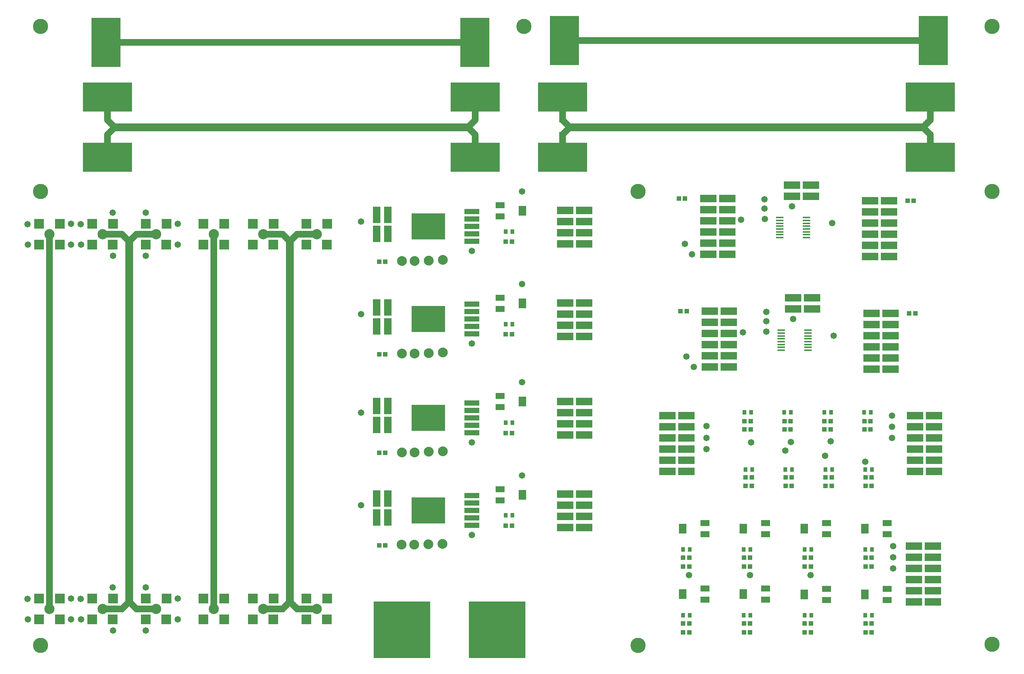
<source format=gts>
G04*
G04 #@! TF.GenerationSoftware,Altium Limited,Altium Designer,21.1.1 (26)*
G04*
G04 Layer_Color=8388736*
%FSLAX25Y25*%
%MOIN*%
G70*
G04*
G04 #@! TF.SameCoordinates,B83F5570-EEF7-471F-9EF2-83D00333E22E*
G04*
G04*
G04 #@! TF.FilePolarity,Negative*
G04*
G01*
G75*
%ADD30C,0.06000*%
%ADD31R,0.26000X0.44000*%
%ADD32R,0.44000X0.26000*%
%ADD33C,0.02800*%
%ADD34C,0.03937*%
%ADD35C,0.09174*%
%ADD36R,0.08674X0.08674*%
%ADD37R,0.08674X0.08674*%
%ADD38R,0.50800X0.50800*%
%ADD39R,0.14800X0.06706*%
%ADD40R,0.06706X0.14800*%
%ADD41R,0.08300X0.05800*%
%ADD42R,0.06900X0.08700*%
%ADD43R,0.06650X0.01750*%
%ADD44R,0.13398X0.04540*%
%ADD45R,0.29934X0.23438*%
%ADD46R,0.03950X0.04343*%
%ADD47R,0.03556X0.04343*%
%ADD48C,0.09800*%
%ADD49C,0.13635*%
%ADD50C,0.02400*%
%ADD51C,0.05800*%
%ADD52C,0.03800*%
%ADD53C,0.08800*%
D30*
X404600Y487000D02*
X410600Y493000D01*
Y513500D01*
X81000Y459500D02*
Y480000D01*
X87000Y486000D02*
X404600D01*
X81000Y480000D02*
X87000Y486000D01*
Y487000D02*
X404600D01*
Y486000D02*
X410600Y480000D01*
Y459500D02*
Y480000D01*
X81000Y493000D02*
Y513500D01*
Y493000D02*
X87000Y487000D01*
X410600Y493000D02*
Y513500D01*
X404600Y487000D02*
X410600Y493000D01*
X812600Y487000D02*
X818600Y493000D01*
Y513500D01*
X489000Y459500D02*
Y480000D01*
X495000Y486000D02*
X812600D01*
X489000Y480000D02*
X495000Y486000D01*
Y487000D02*
X812600D01*
Y486000D02*
X818600Y480000D01*
Y459500D02*
Y480000D01*
X489000Y493000D02*
Y513500D01*
Y493000D02*
X495000Y487000D01*
X818600Y493000D02*
Y513500D01*
X812600Y487000D02*
X818600Y493000D01*
X94100Y54500D02*
X100100Y60500D01*
X76600Y54500D02*
X94100D01*
X101100Y60500D02*
X107100Y54500D01*
X124600D01*
X107100Y390500D02*
X124600D01*
X94100D02*
X100100Y384500D01*
X76600Y390500D02*
X94100D01*
X101100Y384500D02*
X107100Y390500D01*
X100100Y60500D02*
Y384500D01*
X101100Y60500D02*
Y384500D01*
X238100Y54500D02*
X244100Y60500D01*
X220600Y54500D02*
X238100D01*
X245100Y60500D02*
X251100Y54500D01*
X268600D01*
X251100Y390500D02*
X268600D01*
X238100D02*
X244100Y384500D01*
X220600Y390500D02*
X238100D01*
X245100Y384500D02*
X251100Y390500D01*
X244100Y60500D02*
Y384500D01*
X245100Y60500D02*
Y384500D01*
X490725Y564075D02*
X821375D01*
X79650Y562650D02*
X410300D01*
X28900Y390500D02*
X28900Y54500D01*
X176300Y390500D02*
X176300Y54500D01*
D31*
X821350Y564100D02*
D03*
X490700D02*
D03*
X410300Y562600D02*
D03*
X79600Y562700D02*
D03*
D32*
X81000Y513500D02*
D03*
Y459500D02*
D03*
X410600Y513500D02*
D03*
Y459500D02*
D03*
X818600D02*
D03*
Y513500D02*
D03*
X489100Y459500D02*
D03*
X489000Y513500D02*
D03*
D33*
X821350Y564100D02*
D03*
X490700D02*
D03*
X410300Y562600D02*
D03*
X81000Y513500D02*
D03*
Y459500D02*
D03*
X410600Y513500D02*
D03*
Y459500D02*
D03*
X818600D02*
D03*
Y513500D02*
D03*
X489100Y459500D02*
D03*
X489000Y513500D02*
D03*
X79600Y562700D02*
D03*
D34*
X820850Y559100D02*
D03*
X491200Y569100D02*
D03*
X409800Y557600D02*
D03*
X86000Y513000D02*
D03*
X76000Y460000D02*
D03*
X415600Y513000D02*
D03*
X405600Y460000D02*
D03*
X813600D02*
D03*
X823600Y513000D02*
D03*
X484100Y460000D02*
D03*
X494000Y513000D02*
D03*
X80100Y567700D02*
D03*
D35*
X76600Y54500D02*
D03*
X124600D02*
D03*
Y390500D02*
D03*
X76600D02*
D03*
X220600D02*
D03*
X268600D02*
D03*
Y54500D02*
D03*
X220600D02*
D03*
X28900Y390500D02*
D03*
Y54500D02*
D03*
X176300Y390500D02*
D03*
Y54500D02*
D03*
D36*
X85852Y45150D02*
D03*
X85950Y63850D02*
D03*
X67250D02*
D03*
Y45150D02*
D03*
X133852D02*
D03*
X133950Y63850D02*
D03*
X115250D02*
D03*
Y45150D02*
D03*
X133852Y381150D02*
D03*
X133950Y399850D02*
D03*
X115250D02*
D03*
Y381150D02*
D03*
X85852D02*
D03*
X85950Y399850D02*
D03*
X67250D02*
D03*
Y381150D02*
D03*
X229852D02*
D03*
X229950Y399850D02*
D03*
X211250D02*
D03*
Y381150D02*
D03*
X277852D02*
D03*
X277950Y399850D02*
D03*
X259250D02*
D03*
Y381150D02*
D03*
X277852Y45150D02*
D03*
X277950Y63850D02*
D03*
X259250D02*
D03*
Y45150D02*
D03*
X229852D02*
D03*
X229950Y63850D02*
D03*
X211250D02*
D03*
Y45150D02*
D03*
D37*
X19550Y381248D02*
D03*
X38250Y381150D02*
D03*
Y399850D02*
D03*
X19550D02*
D03*
Y45248D02*
D03*
X38250Y45150D02*
D03*
Y63850D02*
D03*
X19550D02*
D03*
X166950Y381248D02*
D03*
X185650Y381150D02*
D03*
Y399850D02*
D03*
X166950D02*
D03*
Y45248D02*
D03*
X185650Y45150D02*
D03*
Y63850D02*
D03*
X166950D02*
D03*
D38*
X344950Y36000D02*
D03*
X430450D02*
D03*
D39*
X508450Y412000D02*
D03*
X491450D02*
D03*
Y402000D02*
D03*
Y392000D02*
D03*
X508450D02*
D03*
X491450Y382000D02*
D03*
X508450D02*
D03*
Y402000D02*
D03*
Y329000D02*
D03*
X491450D02*
D03*
Y319000D02*
D03*
Y309000D02*
D03*
X508450D02*
D03*
X491450Y299000D02*
D03*
X508450D02*
D03*
Y319000D02*
D03*
X508447Y157392D02*
D03*
X491447D02*
D03*
Y147392D02*
D03*
Y137392D02*
D03*
X508447D02*
D03*
X491447Y127392D02*
D03*
X508447D02*
D03*
Y147392D02*
D03*
Y240392D02*
D03*
X491447D02*
D03*
Y230392D02*
D03*
Y220392D02*
D03*
X508447D02*
D03*
X491447Y210392D02*
D03*
X508447D02*
D03*
Y230392D02*
D03*
X695600Y333500D02*
D03*
Y323500D02*
D03*
X712600D02*
D03*
Y333500D02*
D03*
X694600Y434500D02*
D03*
Y424500D02*
D03*
X711600D02*
D03*
Y434500D02*
D03*
X638100Y271500D02*
D03*
X621100D02*
D03*
X638100Y281500D02*
D03*
X621100D02*
D03*
X638100Y291500D02*
D03*
X621100D02*
D03*
X638100Y301500D02*
D03*
X621100D02*
D03*
X638100Y311500D02*
D03*
X621100D02*
D03*
X638100Y321500D02*
D03*
X621100D02*
D03*
X804950Y228000D02*
D03*
X821950D02*
D03*
X804950Y218000D02*
D03*
X821950D02*
D03*
X804950Y208000D02*
D03*
X821950D02*
D03*
X804950Y198000D02*
D03*
X821950D02*
D03*
X804950Y188000D02*
D03*
X821950D02*
D03*
X804950Y178000D02*
D03*
X821950D02*
D03*
X783100Y269500D02*
D03*
X766100D02*
D03*
X783100Y279500D02*
D03*
X766100D02*
D03*
X783100Y289500D02*
D03*
X766100D02*
D03*
X783100Y299500D02*
D03*
X766100D02*
D03*
X783100Y309500D02*
D03*
X766100D02*
D03*
X783100Y319500D02*
D03*
X766100D02*
D03*
X781600Y370500D02*
D03*
X764600D02*
D03*
X781600Y380500D02*
D03*
X764600D02*
D03*
X781600Y390500D02*
D03*
X764600D02*
D03*
X781600Y400500D02*
D03*
X764600D02*
D03*
X781600Y410500D02*
D03*
X764600D02*
D03*
X781600Y420500D02*
D03*
X764600D02*
D03*
X636600Y372500D02*
D03*
X619600D02*
D03*
X636600Y382500D02*
D03*
X619600D02*
D03*
X636600Y392500D02*
D03*
X619600D02*
D03*
X636600Y402500D02*
D03*
X619600D02*
D03*
X636600Y412500D02*
D03*
X619600D02*
D03*
X636600Y422500D02*
D03*
X619600D02*
D03*
X582950Y228000D02*
D03*
X599950D02*
D03*
X582950Y218000D02*
D03*
X599950D02*
D03*
X582950Y208000D02*
D03*
X599950D02*
D03*
X582950Y198000D02*
D03*
X599950D02*
D03*
X582950Y188000D02*
D03*
X599950D02*
D03*
X582950Y178000D02*
D03*
X599950D02*
D03*
X803950Y111000D02*
D03*
X820950D02*
D03*
X803950Y101000D02*
D03*
X820950D02*
D03*
X803950Y91000D02*
D03*
X820950D02*
D03*
X803950Y81000D02*
D03*
X820950D02*
D03*
X803950Y71000D02*
D03*
X820950D02*
D03*
X803950Y61000D02*
D03*
X820950D02*
D03*
D40*
X332450Y408000D02*
D03*
X322450D02*
D03*
Y391000D02*
D03*
X332450D02*
D03*
X332447Y153392D02*
D03*
X322447D02*
D03*
Y136392D02*
D03*
X332447D02*
D03*
Y236492D02*
D03*
X322447D02*
D03*
Y219492D02*
D03*
X332447D02*
D03*
X332450Y325000D02*
D03*
X322450D02*
D03*
Y308000D02*
D03*
X332450D02*
D03*
D41*
X432947Y406500D02*
D03*
Y416500D02*
D03*
Y235500D02*
D03*
Y245500D02*
D03*
Y323500D02*
D03*
Y333500D02*
D03*
Y151892D02*
D03*
Y161892D02*
D03*
X616669Y131500D02*
D03*
Y121500D02*
D03*
X671169Y131500D02*
D03*
Y121500D02*
D03*
X725669Y131500D02*
D03*
Y121500D02*
D03*
X780169Y131500D02*
D03*
Y121500D02*
D03*
X616669Y73000D02*
D03*
Y63000D02*
D03*
X671169Y73000D02*
D03*
Y63000D02*
D03*
X725669Y72500D02*
D03*
Y62500D02*
D03*
X780169Y72500D02*
D03*
Y62500D02*
D03*
D42*
X452947Y411500D02*
D03*
Y240500D02*
D03*
Y328500D02*
D03*
Y156892D02*
D03*
X596669Y126500D02*
D03*
X651169D02*
D03*
X705669D02*
D03*
X760169D02*
D03*
X596669Y68000D02*
D03*
X651169D02*
D03*
X705669Y67500D02*
D03*
X760169D02*
D03*
D43*
X685125Y301898D02*
D03*
Y286543D02*
D03*
Y289102D02*
D03*
Y291661D02*
D03*
Y294220D02*
D03*
Y296779D02*
D03*
Y299339D02*
D03*
Y304457D02*
D03*
X709075D02*
D03*
Y301898D02*
D03*
Y299339D02*
D03*
Y296779D02*
D03*
Y294220D02*
D03*
Y291661D02*
D03*
Y289102D02*
D03*
Y286543D02*
D03*
X683625Y402898D02*
D03*
Y387543D02*
D03*
Y390102D02*
D03*
Y392661D02*
D03*
Y395220D02*
D03*
Y397779D02*
D03*
Y400339D02*
D03*
Y405457D02*
D03*
X707575D02*
D03*
Y402898D02*
D03*
Y400339D02*
D03*
Y397779D02*
D03*
Y395220D02*
D03*
Y392661D02*
D03*
Y390102D02*
D03*
Y387543D02*
D03*
D44*
X407572Y384114D02*
D03*
Y390807D02*
D03*
Y397500D02*
D03*
Y404193D02*
D03*
Y410886D02*
D03*
Y301114D02*
D03*
Y307807D02*
D03*
Y314500D02*
D03*
Y321193D02*
D03*
Y327886D02*
D03*
X407569Y129506D02*
D03*
Y136199D02*
D03*
Y142892D02*
D03*
Y149585D02*
D03*
Y156278D02*
D03*
Y212506D02*
D03*
Y219199D02*
D03*
Y225892D02*
D03*
Y232585D02*
D03*
Y239278D02*
D03*
D45*
X368596Y397500D02*
D03*
Y314500D02*
D03*
X368593Y142892D02*
D03*
Y225892D02*
D03*
D46*
X799844Y319500D02*
D03*
X805356D02*
D03*
X766206Y172500D02*
D03*
X760694D02*
D03*
X766206Y165000D02*
D03*
X760694D02*
D03*
X760694Y33500D02*
D03*
X766206D02*
D03*
Y41500D02*
D03*
X760694D02*
D03*
X765206Y215500D02*
D03*
X759694D02*
D03*
X765206Y223000D02*
D03*
X759694D02*
D03*
X766206Y100500D02*
D03*
X760694D02*
D03*
X766206Y92500D02*
D03*
X760694D02*
D03*
X330206Y283000D02*
D03*
X324694D02*
D03*
X443706Y383750D02*
D03*
X438194D02*
D03*
X330206Y366000D02*
D03*
X324694D02*
D03*
X443706Y300750D02*
D03*
X438194D02*
D03*
X443703Y212142D02*
D03*
X438191D02*
D03*
X330203Y194392D02*
D03*
X324691D02*
D03*
X443703Y129142D02*
D03*
X438191D02*
D03*
X598856Y422500D02*
D03*
X593344D02*
D03*
X798344Y420500D02*
D03*
X803856D02*
D03*
X694539Y165000D02*
D03*
X689027D02*
D03*
X694539Y172500D02*
D03*
X689027D02*
D03*
X600356Y321500D02*
D03*
X594844D02*
D03*
X657706Y215500D02*
D03*
X652194D02*
D03*
X657706Y223000D02*
D03*
X652194D02*
D03*
X693539Y215500D02*
D03*
X688027D02*
D03*
X693539Y223000D02*
D03*
X688027D02*
D03*
X658706Y165000D02*
D03*
X653194D02*
D03*
X658706Y172500D02*
D03*
X653194D02*
D03*
X330203Y111392D02*
D03*
X324691D02*
D03*
X657206Y92500D02*
D03*
X651694D02*
D03*
X657206Y100500D02*
D03*
X651694D02*
D03*
X602706Y92500D02*
D03*
X597194D02*
D03*
X602706Y100500D02*
D03*
X597194D02*
D03*
X657206Y41500D02*
D03*
X651694D02*
D03*
Y33500D02*
D03*
X657206D02*
D03*
X597194D02*
D03*
X602706D02*
D03*
Y41500D02*
D03*
X597194D02*
D03*
X711706Y100500D02*
D03*
X706194D02*
D03*
X729373Y215500D02*
D03*
X723861D02*
D03*
X729373Y223000D02*
D03*
X723861D02*
D03*
X711706Y92500D02*
D03*
X706194D02*
D03*
X730373Y165000D02*
D03*
X724861D02*
D03*
X730373Y172500D02*
D03*
X724861D02*
D03*
X711706Y41500D02*
D03*
X706194D02*
D03*
Y33500D02*
D03*
X711706D02*
D03*
D47*
X760497Y179500D02*
D03*
X766403D02*
D03*
X760497Y49000D02*
D03*
X766403D02*
D03*
X759497Y231000D02*
D03*
X765403D02*
D03*
X760497Y108000D02*
D03*
X766403D02*
D03*
X443903Y393000D02*
D03*
X437997D02*
D03*
X443903Y310000D02*
D03*
X437997D02*
D03*
X443900Y221392D02*
D03*
X437994D02*
D03*
X443900Y138392D02*
D03*
X437994D02*
D03*
X688831Y179500D02*
D03*
X694736D02*
D03*
X651997Y231000D02*
D03*
X657903D02*
D03*
X687831D02*
D03*
X693736D02*
D03*
X652997Y179500D02*
D03*
X658903D02*
D03*
X651497Y108000D02*
D03*
X657403D02*
D03*
X596997D02*
D03*
X602903D02*
D03*
X651497Y49000D02*
D03*
X657403D02*
D03*
X596997D02*
D03*
X602903D02*
D03*
X705997Y108000D02*
D03*
X711903D02*
D03*
X723664Y231000D02*
D03*
X729569D02*
D03*
X724664Y179500D02*
D03*
X730569D02*
D03*
X705997Y49000D02*
D03*
X711903D02*
D03*
D48*
X821350Y550100D02*
D03*
Y578100D02*
D03*
X490700Y550100D02*
D03*
Y578100D02*
D03*
X410300Y548600D02*
D03*
Y576600D02*
D03*
X67000Y513500D02*
D03*
X95000D02*
D03*
X67000Y459500D02*
D03*
X95000D02*
D03*
X396600Y513500D02*
D03*
X424600D02*
D03*
X396600Y459500D02*
D03*
X424600D02*
D03*
X832600D02*
D03*
X804600D02*
D03*
X832600Y513500D02*
D03*
X804600D02*
D03*
X503100Y459500D02*
D03*
X475100D02*
D03*
X503000Y513500D02*
D03*
X475000D02*
D03*
X79600Y548700D02*
D03*
Y576700D02*
D03*
D49*
X454500Y577000D02*
D03*
X21000D02*
D03*
Y429000D02*
D03*
Y22000D02*
D03*
X874100Y577000D02*
D03*
Y429000D02*
D03*
Y23000D02*
D03*
X556600Y22000D02*
D03*
Y429000D02*
D03*
D50*
X226700Y392300D02*
D03*
Y388700D02*
D03*
X262500D02*
D03*
X178025Y379000D02*
D03*
X814325Y562375D02*
D03*
Y565825D02*
D03*
X811825D02*
D03*
Y562375D02*
D03*
X809325Y565825D02*
D03*
Y562375D02*
D03*
X806825Y565825D02*
D03*
Y562375D02*
D03*
X804325Y565825D02*
D03*
Y562375D02*
D03*
X801825Y565825D02*
D03*
Y562375D02*
D03*
X799325Y565825D02*
D03*
Y562375D02*
D03*
X796825Y565825D02*
D03*
Y562375D02*
D03*
X794325Y565825D02*
D03*
Y562375D02*
D03*
X791825Y565825D02*
D03*
Y562375D02*
D03*
X789325Y565825D02*
D03*
Y562375D02*
D03*
X786825Y565825D02*
D03*
Y562375D02*
D03*
X784325Y565825D02*
D03*
Y562375D02*
D03*
X781825Y565825D02*
D03*
Y562375D02*
D03*
X779325Y565825D02*
D03*
Y562375D02*
D03*
X776825Y565825D02*
D03*
Y562375D02*
D03*
X774325Y565825D02*
D03*
Y562375D02*
D03*
X771825Y565825D02*
D03*
Y562375D02*
D03*
X769325Y565825D02*
D03*
Y562375D02*
D03*
X766825Y565825D02*
D03*
Y562375D02*
D03*
X764325Y565825D02*
D03*
Y562375D02*
D03*
X761825Y565825D02*
D03*
Y562375D02*
D03*
X759325Y565825D02*
D03*
Y562375D02*
D03*
X756825Y565825D02*
D03*
Y562375D02*
D03*
X754325Y565825D02*
D03*
Y562375D02*
D03*
X751825Y565825D02*
D03*
Y562375D02*
D03*
X749325Y565825D02*
D03*
Y562375D02*
D03*
X746825Y565825D02*
D03*
Y562375D02*
D03*
X744325Y565825D02*
D03*
Y562375D02*
D03*
X741825Y565825D02*
D03*
Y562375D02*
D03*
X739325Y565825D02*
D03*
Y562375D02*
D03*
X736825Y565825D02*
D03*
Y562375D02*
D03*
X734325Y565825D02*
D03*
Y562375D02*
D03*
X731825Y565825D02*
D03*
Y562375D02*
D03*
X729325Y565825D02*
D03*
Y562375D02*
D03*
X726825Y565825D02*
D03*
Y562375D02*
D03*
X724325Y565825D02*
D03*
Y562375D02*
D03*
X721825Y565825D02*
D03*
Y562375D02*
D03*
X719325Y565825D02*
D03*
Y562375D02*
D03*
X716825Y565825D02*
D03*
Y562375D02*
D03*
X714325Y565825D02*
D03*
Y562375D02*
D03*
X711825Y565825D02*
D03*
Y562375D02*
D03*
X709325Y565825D02*
D03*
Y562375D02*
D03*
X706825Y565825D02*
D03*
Y562375D02*
D03*
X704325Y565825D02*
D03*
Y562375D02*
D03*
X701825Y565825D02*
D03*
Y562375D02*
D03*
X699325Y565825D02*
D03*
Y562375D02*
D03*
X696825Y565825D02*
D03*
Y562375D02*
D03*
X694325Y565825D02*
D03*
Y562375D02*
D03*
X691825Y565825D02*
D03*
Y562375D02*
D03*
X689325Y565825D02*
D03*
Y562375D02*
D03*
X686825Y565825D02*
D03*
Y562375D02*
D03*
X684325Y565825D02*
D03*
Y562375D02*
D03*
X681825Y565825D02*
D03*
Y562375D02*
D03*
X679325Y565825D02*
D03*
Y562375D02*
D03*
X676825Y565825D02*
D03*
Y562375D02*
D03*
X674325Y565825D02*
D03*
Y562375D02*
D03*
X671825Y565825D02*
D03*
Y562375D02*
D03*
X669325Y565825D02*
D03*
Y562375D02*
D03*
X666825Y565825D02*
D03*
Y562375D02*
D03*
X664325Y565825D02*
D03*
Y562375D02*
D03*
X661825Y565825D02*
D03*
Y562375D02*
D03*
X659325Y565825D02*
D03*
Y562375D02*
D03*
X656825Y565825D02*
D03*
Y562375D02*
D03*
X654325Y565825D02*
D03*
Y562375D02*
D03*
X651825Y565825D02*
D03*
Y562375D02*
D03*
X649325Y565825D02*
D03*
Y562375D02*
D03*
X646825Y565825D02*
D03*
Y562375D02*
D03*
X644325Y565825D02*
D03*
Y562375D02*
D03*
X641825Y565825D02*
D03*
Y562375D02*
D03*
X639325Y565825D02*
D03*
Y562375D02*
D03*
X636825Y565825D02*
D03*
Y562375D02*
D03*
X634325Y565825D02*
D03*
Y562375D02*
D03*
X631825Y565825D02*
D03*
Y562375D02*
D03*
X629325Y565825D02*
D03*
Y562375D02*
D03*
X626825Y565825D02*
D03*
Y562375D02*
D03*
X624325Y565825D02*
D03*
Y562375D02*
D03*
X621825Y565825D02*
D03*
Y562375D02*
D03*
X619325Y565825D02*
D03*
Y562375D02*
D03*
X616825Y565825D02*
D03*
Y562375D02*
D03*
X614325Y565825D02*
D03*
Y562375D02*
D03*
X611825Y565825D02*
D03*
Y562375D02*
D03*
X609325Y565825D02*
D03*
Y562375D02*
D03*
X606825Y565825D02*
D03*
Y562375D02*
D03*
X604325Y565825D02*
D03*
Y562375D02*
D03*
X601825Y565825D02*
D03*
Y562375D02*
D03*
X599325Y565825D02*
D03*
Y562375D02*
D03*
X596825Y565825D02*
D03*
Y562375D02*
D03*
X594325Y565825D02*
D03*
Y562375D02*
D03*
X591825Y565825D02*
D03*
Y562375D02*
D03*
X589325Y565825D02*
D03*
Y562375D02*
D03*
X586825Y565825D02*
D03*
Y562375D02*
D03*
X584325Y565825D02*
D03*
Y562375D02*
D03*
X581825Y565825D02*
D03*
Y562375D02*
D03*
X579325Y565825D02*
D03*
Y562375D02*
D03*
X576825Y565825D02*
D03*
Y562375D02*
D03*
X574325Y565825D02*
D03*
Y562375D02*
D03*
X571825Y565825D02*
D03*
Y562375D02*
D03*
X569325Y565825D02*
D03*
Y562375D02*
D03*
X566825Y565825D02*
D03*
Y562375D02*
D03*
X564325Y565825D02*
D03*
Y562375D02*
D03*
X561825Y565825D02*
D03*
Y562375D02*
D03*
X559325Y565825D02*
D03*
Y562375D02*
D03*
X556825Y565825D02*
D03*
Y562375D02*
D03*
X554325Y565825D02*
D03*
Y562375D02*
D03*
X551825Y565825D02*
D03*
Y562375D02*
D03*
X549325Y565825D02*
D03*
Y562375D02*
D03*
X546825Y565825D02*
D03*
Y562375D02*
D03*
X544325Y565825D02*
D03*
Y562375D02*
D03*
X541825Y565825D02*
D03*
Y562375D02*
D03*
X539325Y565825D02*
D03*
Y562375D02*
D03*
X536825Y565825D02*
D03*
Y562375D02*
D03*
X534325Y565825D02*
D03*
Y562375D02*
D03*
X531825Y565825D02*
D03*
Y562375D02*
D03*
X529325Y565825D02*
D03*
Y562375D02*
D03*
X526825Y565825D02*
D03*
Y562375D02*
D03*
X524325Y565825D02*
D03*
Y562375D02*
D03*
X521825Y565825D02*
D03*
Y562375D02*
D03*
X519325Y565825D02*
D03*
Y562375D02*
D03*
X516825Y565825D02*
D03*
Y562375D02*
D03*
X514325Y565825D02*
D03*
Y562375D02*
D03*
X511825Y565825D02*
D03*
Y562375D02*
D03*
X509325Y565825D02*
D03*
Y562375D02*
D03*
X506825Y565825D02*
D03*
Y562375D02*
D03*
X504325Y565825D02*
D03*
Y562375D02*
D03*
X501825Y565825D02*
D03*
Y562375D02*
D03*
X499325Y565825D02*
D03*
Y562375D02*
D03*
X496825D02*
D03*
Y565825D02*
D03*
X178025Y61500D02*
D03*
Y64000D02*
D03*
Y66500D02*
D03*
Y69000D02*
D03*
Y71500D02*
D03*
Y74000D02*
D03*
Y76500D02*
D03*
Y79000D02*
D03*
Y81500D02*
D03*
Y84000D02*
D03*
Y86500D02*
D03*
Y89000D02*
D03*
Y91500D02*
D03*
Y94000D02*
D03*
Y96500D02*
D03*
Y99000D02*
D03*
Y101500D02*
D03*
Y104000D02*
D03*
Y106500D02*
D03*
Y109000D02*
D03*
Y111500D02*
D03*
Y114000D02*
D03*
Y116500D02*
D03*
Y119000D02*
D03*
Y121500D02*
D03*
Y124000D02*
D03*
Y126500D02*
D03*
Y129000D02*
D03*
Y131500D02*
D03*
Y134000D02*
D03*
Y136500D02*
D03*
Y139000D02*
D03*
Y141500D02*
D03*
Y144000D02*
D03*
Y146500D02*
D03*
Y149000D02*
D03*
Y151500D02*
D03*
Y154000D02*
D03*
Y156500D02*
D03*
Y159000D02*
D03*
Y161500D02*
D03*
Y164000D02*
D03*
Y166500D02*
D03*
Y169000D02*
D03*
Y171500D02*
D03*
Y174000D02*
D03*
Y176500D02*
D03*
Y179000D02*
D03*
Y181500D02*
D03*
Y184000D02*
D03*
Y186500D02*
D03*
Y189000D02*
D03*
Y191500D02*
D03*
Y194000D02*
D03*
Y196500D02*
D03*
Y199000D02*
D03*
Y201500D02*
D03*
Y204000D02*
D03*
Y206500D02*
D03*
Y209000D02*
D03*
Y211500D02*
D03*
Y214000D02*
D03*
Y216500D02*
D03*
Y219000D02*
D03*
Y221500D02*
D03*
Y224000D02*
D03*
Y226500D02*
D03*
Y229000D02*
D03*
Y231500D02*
D03*
Y234000D02*
D03*
Y236500D02*
D03*
Y239000D02*
D03*
Y241500D02*
D03*
Y244000D02*
D03*
Y246500D02*
D03*
Y249000D02*
D03*
Y251500D02*
D03*
Y254000D02*
D03*
Y256500D02*
D03*
Y259000D02*
D03*
Y261500D02*
D03*
Y264000D02*
D03*
Y266500D02*
D03*
Y269000D02*
D03*
Y271500D02*
D03*
Y274000D02*
D03*
Y276500D02*
D03*
Y279000D02*
D03*
Y281500D02*
D03*
Y284000D02*
D03*
Y286500D02*
D03*
Y289000D02*
D03*
Y291500D02*
D03*
Y294000D02*
D03*
Y296500D02*
D03*
Y299000D02*
D03*
Y301500D02*
D03*
Y304000D02*
D03*
Y306500D02*
D03*
Y309000D02*
D03*
Y311500D02*
D03*
Y314000D02*
D03*
Y316500D02*
D03*
Y319000D02*
D03*
Y321500D02*
D03*
Y324000D02*
D03*
Y326500D02*
D03*
Y329000D02*
D03*
Y331500D02*
D03*
Y334000D02*
D03*
Y336500D02*
D03*
Y339000D02*
D03*
Y341500D02*
D03*
Y344000D02*
D03*
Y346500D02*
D03*
Y349000D02*
D03*
Y351500D02*
D03*
Y354000D02*
D03*
Y356500D02*
D03*
Y359000D02*
D03*
Y361500D02*
D03*
Y364000D02*
D03*
Y366500D02*
D03*
Y369000D02*
D03*
Y371500D02*
D03*
Y374000D02*
D03*
Y376500D02*
D03*
Y381500D02*
D03*
Y384000D02*
D03*
X174575Y129000D02*
D03*
Y126500D02*
D03*
Y124000D02*
D03*
Y121500D02*
D03*
Y119000D02*
D03*
Y116500D02*
D03*
Y114000D02*
D03*
Y111500D02*
D03*
Y109000D02*
D03*
Y106500D02*
D03*
Y104000D02*
D03*
Y101500D02*
D03*
Y99000D02*
D03*
Y96500D02*
D03*
Y94000D02*
D03*
Y91500D02*
D03*
Y89000D02*
D03*
Y86500D02*
D03*
Y84000D02*
D03*
Y81500D02*
D03*
Y79000D02*
D03*
Y76500D02*
D03*
Y74000D02*
D03*
Y71500D02*
D03*
Y69000D02*
D03*
Y66500D02*
D03*
Y64000D02*
D03*
Y61500D02*
D03*
Y131500D02*
D03*
Y134000D02*
D03*
Y136500D02*
D03*
Y139000D02*
D03*
Y141500D02*
D03*
Y144000D02*
D03*
Y146500D02*
D03*
Y149000D02*
D03*
Y151500D02*
D03*
Y154000D02*
D03*
Y156500D02*
D03*
Y159000D02*
D03*
Y161500D02*
D03*
Y164000D02*
D03*
Y166500D02*
D03*
Y169000D02*
D03*
Y171500D02*
D03*
Y174000D02*
D03*
Y176500D02*
D03*
Y179000D02*
D03*
Y181500D02*
D03*
Y184000D02*
D03*
Y186500D02*
D03*
Y189000D02*
D03*
Y191500D02*
D03*
Y194000D02*
D03*
Y196500D02*
D03*
Y199000D02*
D03*
Y201500D02*
D03*
Y204000D02*
D03*
Y206500D02*
D03*
Y209000D02*
D03*
Y211500D02*
D03*
Y214000D02*
D03*
Y216500D02*
D03*
Y219000D02*
D03*
Y221500D02*
D03*
Y224000D02*
D03*
Y226500D02*
D03*
Y229000D02*
D03*
Y231500D02*
D03*
Y234000D02*
D03*
Y236500D02*
D03*
Y239000D02*
D03*
Y241500D02*
D03*
Y244000D02*
D03*
Y246500D02*
D03*
Y249000D02*
D03*
Y251500D02*
D03*
Y254000D02*
D03*
Y256500D02*
D03*
Y259000D02*
D03*
Y261500D02*
D03*
Y264000D02*
D03*
Y266500D02*
D03*
Y269000D02*
D03*
Y271500D02*
D03*
Y274000D02*
D03*
Y276500D02*
D03*
Y279000D02*
D03*
Y281500D02*
D03*
Y284000D02*
D03*
Y286500D02*
D03*
Y289000D02*
D03*
Y291500D02*
D03*
Y294000D02*
D03*
Y296500D02*
D03*
Y299000D02*
D03*
Y301500D02*
D03*
Y304000D02*
D03*
Y306500D02*
D03*
Y309000D02*
D03*
Y311500D02*
D03*
Y314000D02*
D03*
Y316500D02*
D03*
Y319000D02*
D03*
Y321500D02*
D03*
Y324000D02*
D03*
Y326500D02*
D03*
Y329000D02*
D03*
Y331500D02*
D03*
Y334000D02*
D03*
Y336500D02*
D03*
Y339000D02*
D03*
Y341500D02*
D03*
Y344000D02*
D03*
Y346500D02*
D03*
Y349000D02*
D03*
Y351500D02*
D03*
Y354000D02*
D03*
Y356500D02*
D03*
Y359000D02*
D03*
Y361500D02*
D03*
Y364000D02*
D03*
Y366500D02*
D03*
Y369000D02*
D03*
Y371500D02*
D03*
Y374000D02*
D03*
Y376500D02*
D03*
Y384000D02*
D03*
Y379000D02*
D03*
Y381500D02*
D03*
X231100Y56300D02*
D03*
X236100D02*
D03*
X233600D02*
D03*
X228600D02*
D03*
X816800Y466100D02*
D03*
X820400D02*
D03*
Y506900D02*
D03*
X816800D02*
D03*
X490800Y466100D02*
D03*
X487200D02*
D03*
Y506900D02*
D03*
X490800D02*
D03*
X494200Y490400D02*
D03*
X492400Y492200D02*
D03*
X490800Y499400D02*
D03*
Y494400D02*
D03*
Y504400D02*
D03*
Y496900D02*
D03*
Y501900D02*
D03*
X487200Y496900D02*
D03*
Y494400D02*
D03*
Y504400D02*
D03*
Y499400D02*
D03*
Y501900D02*
D03*
X492900Y486500D02*
D03*
X489300Y490100D02*
D03*
X491100Y488300D02*
D03*
X487200Y491900D02*
D03*
Y481100D02*
D03*
X491100Y484700D02*
D03*
X489300Y482900D02*
D03*
X487200Y471100D02*
D03*
Y473600D02*
D03*
Y468600D02*
D03*
Y478600D02*
D03*
Y476100D02*
D03*
X490800Y471100D02*
D03*
Y476100D02*
D03*
Y468600D02*
D03*
Y478600D02*
D03*
Y473600D02*
D03*
X492400Y480800D02*
D03*
X494200Y482600D02*
D03*
X634000Y488700D02*
D03*
X636500D02*
D03*
X639000D02*
D03*
X641500D02*
D03*
X644000D02*
D03*
X646500D02*
D03*
X649000D02*
D03*
X651500D02*
D03*
X654000D02*
D03*
X656500D02*
D03*
X659000D02*
D03*
X661500D02*
D03*
X664000D02*
D03*
X666500D02*
D03*
X669000D02*
D03*
X671500D02*
D03*
X674000D02*
D03*
X676500D02*
D03*
X681500D02*
D03*
X679000D02*
D03*
X684000D02*
D03*
X686500D02*
D03*
X614000D02*
D03*
X616500D02*
D03*
X619000D02*
D03*
X621500D02*
D03*
X624000D02*
D03*
X626500D02*
D03*
X629000D02*
D03*
X631500D02*
D03*
X689000D02*
D03*
X691500D02*
D03*
X744000D02*
D03*
X694000D02*
D03*
X696500D02*
D03*
X699000D02*
D03*
X701500D02*
D03*
X704000D02*
D03*
X706500D02*
D03*
X709000D02*
D03*
X761500D02*
D03*
X711500D02*
D03*
X714000D02*
D03*
X716500D02*
D03*
X771500D02*
D03*
X719000D02*
D03*
X721500D02*
D03*
X724000D02*
D03*
X726500D02*
D03*
X729000D02*
D03*
X731500D02*
D03*
X734000D02*
D03*
X736500D02*
D03*
X739000D02*
D03*
X741500D02*
D03*
X781500D02*
D03*
X811600D02*
D03*
X804000D02*
D03*
X806500D02*
D03*
X809000D02*
D03*
X754000D02*
D03*
X756500D02*
D03*
X759000D02*
D03*
X801500D02*
D03*
X799000D02*
D03*
X794000D02*
D03*
X774000D02*
D03*
X776500D02*
D03*
X779000D02*
D03*
X796500D02*
D03*
X784000D02*
D03*
X786500D02*
D03*
X789000D02*
D03*
X764000D02*
D03*
X766500D02*
D03*
X769000D02*
D03*
X496500D02*
D03*
X499000D02*
D03*
X501500D02*
D03*
X506500D02*
D03*
X504000D02*
D03*
X581500D02*
D03*
X584000D02*
D03*
X586500D02*
D03*
X589000D02*
D03*
X591500D02*
D03*
X594000D02*
D03*
X596500D02*
D03*
X599000D02*
D03*
X601500D02*
D03*
X604000D02*
D03*
X606500D02*
D03*
X609000D02*
D03*
X611500D02*
D03*
X509000D02*
D03*
X511500D02*
D03*
X514000D02*
D03*
X516500D02*
D03*
X519000D02*
D03*
X521500D02*
D03*
X524000D02*
D03*
X526500D02*
D03*
X529000D02*
D03*
X531500D02*
D03*
X534000D02*
D03*
X536500D02*
D03*
X549000D02*
D03*
X551500D02*
D03*
X554000D02*
D03*
X556500D02*
D03*
X559000D02*
D03*
X561500D02*
D03*
X564000D02*
D03*
X566500D02*
D03*
X569000D02*
D03*
X571500D02*
D03*
X574000D02*
D03*
X576500D02*
D03*
X579000D02*
D03*
X791500D02*
D03*
X746500D02*
D03*
X749000D02*
D03*
X751500D02*
D03*
X546500D02*
D03*
X541500D02*
D03*
X544000D02*
D03*
X539000D02*
D03*
X813400Y490400D02*
D03*
X815200Y492200D02*
D03*
X816800Y499400D02*
D03*
Y494400D02*
D03*
Y504400D02*
D03*
Y496900D02*
D03*
Y501900D02*
D03*
X820400Y496900D02*
D03*
Y494400D02*
D03*
Y504400D02*
D03*
Y499400D02*
D03*
Y501900D02*
D03*
X818300Y490100D02*
D03*
X816500Y488300D02*
D03*
X820400Y491900D02*
D03*
Y481100D02*
D03*
X816500Y484700D02*
D03*
X818300Y482900D02*
D03*
X814700Y486500D02*
D03*
X820400Y471100D02*
D03*
Y473600D02*
D03*
Y468600D02*
D03*
Y478600D02*
D03*
Y476100D02*
D03*
X816800Y471100D02*
D03*
Y476100D02*
D03*
Y468600D02*
D03*
Y478600D02*
D03*
Y473600D02*
D03*
X815200Y480800D02*
D03*
X813400Y482600D02*
D03*
X539000Y484300D02*
D03*
X544000D02*
D03*
X541500D02*
D03*
X546500D02*
D03*
X751500D02*
D03*
X749000D02*
D03*
X746500D02*
D03*
X791500D02*
D03*
X579000D02*
D03*
X576500D02*
D03*
X574000D02*
D03*
X571500D02*
D03*
X569000D02*
D03*
X566500D02*
D03*
X564000D02*
D03*
X561500D02*
D03*
X559000D02*
D03*
X556500D02*
D03*
X554000D02*
D03*
X551500D02*
D03*
X549000D02*
D03*
X536500D02*
D03*
X534000D02*
D03*
X531500D02*
D03*
X529000D02*
D03*
X526500D02*
D03*
X524000D02*
D03*
X521500D02*
D03*
X519000D02*
D03*
X516500D02*
D03*
X514000D02*
D03*
X511500D02*
D03*
X509000D02*
D03*
X611500D02*
D03*
X609000D02*
D03*
X606500D02*
D03*
X604000D02*
D03*
X601500D02*
D03*
X599000D02*
D03*
X596500D02*
D03*
X594000D02*
D03*
X591500D02*
D03*
X589000D02*
D03*
X586500D02*
D03*
X584000D02*
D03*
X581500D02*
D03*
X504000D02*
D03*
X506500D02*
D03*
X501500D02*
D03*
X499000D02*
D03*
X496500D02*
D03*
X769000D02*
D03*
X766500D02*
D03*
X764000D02*
D03*
X789000D02*
D03*
X786500D02*
D03*
X784000D02*
D03*
X796500D02*
D03*
X779000D02*
D03*
X776500D02*
D03*
X774000D02*
D03*
X794000D02*
D03*
X799000D02*
D03*
X801500D02*
D03*
X759000D02*
D03*
X756500D02*
D03*
X754000D02*
D03*
X809000D02*
D03*
X806500D02*
D03*
X804000D02*
D03*
X811600D02*
D03*
X781500D02*
D03*
X741500D02*
D03*
X739000D02*
D03*
X736500D02*
D03*
X734000D02*
D03*
X731500D02*
D03*
X729000D02*
D03*
X726500D02*
D03*
X724000D02*
D03*
X721500D02*
D03*
X719000D02*
D03*
X771500D02*
D03*
X716500D02*
D03*
X714000D02*
D03*
X711500D02*
D03*
X761500D02*
D03*
X709000D02*
D03*
X706500D02*
D03*
X704000D02*
D03*
X701500D02*
D03*
X699000D02*
D03*
X696500D02*
D03*
X694000D02*
D03*
X744000D02*
D03*
X691500D02*
D03*
X689000D02*
D03*
X631500D02*
D03*
X629000D02*
D03*
X626500D02*
D03*
X624000D02*
D03*
X621500D02*
D03*
X619000D02*
D03*
X616500D02*
D03*
X614000D02*
D03*
X686500D02*
D03*
X684000D02*
D03*
X679000D02*
D03*
X681500D02*
D03*
X676500D02*
D03*
X674000D02*
D03*
X671500D02*
D03*
X669000D02*
D03*
X666500D02*
D03*
X664000D02*
D03*
X661500D02*
D03*
X659000D02*
D03*
X656500D02*
D03*
X654000D02*
D03*
X651500D02*
D03*
X649000D02*
D03*
X646500D02*
D03*
X644000D02*
D03*
X641500D02*
D03*
X639000D02*
D03*
X636500D02*
D03*
X634000D02*
D03*
X246800Y205900D02*
D03*
Y208400D02*
D03*
Y210900D02*
D03*
Y213400D02*
D03*
Y215900D02*
D03*
Y218400D02*
D03*
Y220900D02*
D03*
Y223400D02*
D03*
Y225900D02*
D03*
Y228400D02*
D03*
Y230900D02*
D03*
Y233400D02*
D03*
Y235900D02*
D03*
Y238400D02*
D03*
Y240900D02*
D03*
Y243400D02*
D03*
Y245900D02*
D03*
Y248400D02*
D03*
Y253400D02*
D03*
Y250900D02*
D03*
Y255900D02*
D03*
Y258400D02*
D03*
Y185900D02*
D03*
Y188400D02*
D03*
Y190900D02*
D03*
Y193400D02*
D03*
Y195900D02*
D03*
Y198400D02*
D03*
Y200900D02*
D03*
Y203400D02*
D03*
Y260900D02*
D03*
Y263400D02*
D03*
Y315900D02*
D03*
Y265900D02*
D03*
Y268400D02*
D03*
Y270900D02*
D03*
Y273400D02*
D03*
Y275900D02*
D03*
Y278400D02*
D03*
Y280900D02*
D03*
Y333400D02*
D03*
Y283400D02*
D03*
Y285900D02*
D03*
Y288400D02*
D03*
Y343400D02*
D03*
Y290900D02*
D03*
Y293400D02*
D03*
Y295900D02*
D03*
Y298400D02*
D03*
Y300900D02*
D03*
Y303400D02*
D03*
Y305900D02*
D03*
Y308400D02*
D03*
Y310900D02*
D03*
Y313400D02*
D03*
Y353400D02*
D03*
Y383400D02*
D03*
Y375900D02*
D03*
Y378400D02*
D03*
Y380900D02*
D03*
Y325900D02*
D03*
Y328400D02*
D03*
Y330900D02*
D03*
Y373400D02*
D03*
Y370900D02*
D03*
Y365900D02*
D03*
Y345900D02*
D03*
Y348400D02*
D03*
Y350900D02*
D03*
Y368400D02*
D03*
Y355900D02*
D03*
Y358400D02*
D03*
Y360900D02*
D03*
Y335900D02*
D03*
Y338400D02*
D03*
Y340900D02*
D03*
Y63400D02*
D03*
X260600Y52700D02*
D03*
X258100D02*
D03*
X250600D02*
D03*
X253100D02*
D03*
X255600D02*
D03*
X246800Y68400D02*
D03*
Y70900D02*
D03*
Y73400D02*
D03*
Y78400D02*
D03*
Y75900D02*
D03*
Y65900D02*
D03*
Y153400D02*
D03*
Y155900D02*
D03*
Y158400D02*
D03*
Y160900D02*
D03*
Y163400D02*
D03*
Y165900D02*
D03*
Y168400D02*
D03*
Y170900D02*
D03*
Y173400D02*
D03*
Y175900D02*
D03*
Y178400D02*
D03*
Y180900D02*
D03*
Y183400D02*
D03*
Y80900D02*
D03*
Y83400D02*
D03*
Y85900D02*
D03*
Y88400D02*
D03*
Y90900D02*
D03*
Y93400D02*
D03*
Y95900D02*
D03*
Y98400D02*
D03*
Y100900D02*
D03*
Y103400D02*
D03*
Y105900D02*
D03*
Y108400D02*
D03*
Y120900D02*
D03*
Y123400D02*
D03*
Y125900D02*
D03*
Y128400D02*
D03*
Y130900D02*
D03*
Y133400D02*
D03*
Y135900D02*
D03*
Y138400D02*
D03*
Y140900D02*
D03*
Y143400D02*
D03*
Y145900D02*
D03*
Y148400D02*
D03*
Y150900D02*
D03*
Y363400D02*
D03*
Y318400D02*
D03*
Y320900D02*
D03*
Y323400D02*
D03*
Y118400D02*
D03*
Y113400D02*
D03*
Y115900D02*
D03*
Y110900D02*
D03*
X260600Y56300D02*
D03*
X255600D02*
D03*
X253100D02*
D03*
X258100D02*
D03*
X250900Y57400D02*
D03*
X249100Y59200D02*
D03*
X247300Y61000D02*
D03*
X246400Y56700D02*
D03*
X248200Y54900D02*
D03*
X248500Y385300D02*
D03*
X250300Y387100D02*
D03*
X257500Y388700D02*
D03*
X252500D02*
D03*
X255000D02*
D03*
X260000D02*
D03*
X255000Y392300D02*
D03*
X252500D02*
D03*
X262500D02*
D03*
X257500D02*
D03*
X260000D02*
D03*
X244600Y386600D02*
D03*
X248200Y390200D02*
D03*
X246400Y388400D02*
D03*
X250000Y392300D02*
D03*
X239200D02*
D03*
X242800Y388400D02*
D03*
X241000Y390200D02*
D03*
X229200Y392300D02*
D03*
X231700D02*
D03*
X236700D02*
D03*
X234200D02*
D03*
X229200Y388700D02*
D03*
X234200D02*
D03*
X236700D02*
D03*
X231700D02*
D03*
X238900Y387100D02*
D03*
X240700Y385300D02*
D03*
X241000Y54900D02*
D03*
X242800Y56700D02*
D03*
X241900Y60900D02*
D03*
X240100Y59100D02*
D03*
X238300Y57300D02*
D03*
X244600Y58500D02*
D03*
X242400Y110900D02*
D03*
Y115900D02*
D03*
Y113400D02*
D03*
Y118400D02*
D03*
Y323400D02*
D03*
Y320900D02*
D03*
Y318400D02*
D03*
Y363400D02*
D03*
Y150900D02*
D03*
Y148400D02*
D03*
Y145900D02*
D03*
Y143400D02*
D03*
Y140900D02*
D03*
Y138400D02*
D03*
Y135900D02*
D03*
Y133400D02*
D03*
Y130900D02*
D03*
Y128400D02*
D03*
Y125900D02*
D03*
Y123400D02*
D03*
Y120900D02*
D03*
Y108400D02*
D03*
Y105900D02*
D03*
Y103400D02*
D03*
Y100900D02*
D03*
Y98400D02*
D03*
Y95900D02*
D03*
Y93400D02*
D03*
Y90900D02*
D03*
Y88400D02*
D03*
Y85900D02*
D03*
Y83400D02*
D03*
Y80900D02*
D03*
Y183400D02*
D03*
Y180900D02*
D03*
Y178400D02*
D03*
Y175900D02*
D03*
Y173400D02*
D03*
Y170900D02*
D03*
Y168400D02*
D03*
Y165900D02*
D03*
Y163400D02*
D03*
Y160900D02*
D03*
Y158400D02*
D03*
Y155900D02*
D03*
Y153400D02*
D03*
Y65900D02*
D03*
Y75900D02*
D03*
Y78400D02*
D03*
Y73400D02*
D03*
Y70900D02*
D03*
Y68400D02*
D03*
X233600Y52700D02*
D03*
X236100D02*
D03*
X238600D02*
D03*
X231100D02*
D03*
X228600D02*
D03*
X242400Y63400D02*
D03*
Y340900D02*
D03*
Y338400D02*
D03*
Y335900D02*
D03*
Y360900D02*
D03*
Y358400D02*
D03*
Y355900D02*
D03*
Y368400D02*
D03*
Y350900D02*
D03*
Y348400D02*
D03*
Y345900D02*
D03*
Y365900D02*
D03*
Y370900D02*
D03*
Y373400D02*
D03*
Y330900D02*
D03*
Y328400D02*
D03*
Y325900D02*
D03*
Y380900D02*
D03*
Y378400D02*
D03*
Y375900D02*
D03*
Y383400D02*
D03*
Y353400D02*
D03*
Y313400D02*
D03*
Y310900D02*
D03*
Y308400D02*
D03*
Y305900D02*
D03*
Y303400D02*
D03*
Y300900D02*
D03*
Y298400D02*
D03*
Y295900D02*
D03*
Y293400D02*
D03*
Y290900D02*
D03*
Y343400D02*
D03*
Y288400D02*
D03*
Y285900D02*
D03*
Y283400D02*
D03*
Y333400D02*
D03*
Y280900D02*
D03*
Y278400D02*
D03*
Y275900D02*
D03*
Y273400D02*
D03*
Y270900D02*
D03*
Y268400D02*
D03*
Y265900D02*
D03*
Y315900D02*
D03*
Y263400D02*
D03*
Y260900D02*
D03*
Y203400D02*
D03*
Y200900D02*
D03*
Y198400D02*
D03*
Y195900D02*
D03*
Y193400D02*
D03*
Y190900D02*
D03*
Y188400D02*
D03*
Y185900D02*
D03*
Y258400D02*
D03*
Y255900D02*
D03*
Y250900D02*
D03*
Y253400D02*
D03*
Y248400D02*
D03*
Y245900D02*
D03*
Y243400D02*
D03*
Y240900D02*
D03*
Y238400D02*
D03*
Y235900D02*
D03*
Y233400D02*
D03*
Y230900D02*
D03*
Y228400D02*
D03*
Y225900D02*
D03*
Y223400D02*
D03*
Y220900D02*
D03*
Y218400D02*
D03*
Y215900D02*
D03*
Y213400D02*
D03*
Y210900D02*
D03*
Y208400D02*
D03*
Y205900D02*
D03*
D51*
X9550Y45075D02*
D03*
X9475Y63700D02*
D03*
X48250Y63925D02*
D03*
X48325Y45300D02*
D03*
Y381300D02*
D03*
X48250Y399925D02*
D03*
X9475Y399700D02*
D03*
X9550Y381075D02*
D03*
X452848Y174294D02*
D03*
Y257902D02*
D03*
Y345901D02*
D03*
X452750Y429000D02*
D03*
X57175Y63700D02*
D03*
X57250Y45075D02*
D03*
X85875Y73850D02*
D03*
X85927Y35150D02*
D03*
X115273Y73850D02*
D03*
X115325Y35150D02*
D03*
X143950Y63925D02*
D03*
X144025Y45300D02*
D03*
Y381300D02*
D03*
X143950Y399925D02*
D03*
X115325Y371150D02*
D03*
X115273Y409850D02*
D03*
X85927Y371150D02*
D03*
X85875Y409850D02*
D03*
X57250Y381075D02*
D03*
X57175Y399700D02*
D03*
X407569Y121014D02*
D03*
X308447Y147392D02*
D03*
X407569Y204014D02*
D03*
X308447Y230392D02*
D03*
X407572Y292622D02*
D03*
X308450Y319000D02*
D03*
X407572Y375622D02*
D03*
X308450Y402000D02*
D03*
X670100Y422000D02*
D03*
X649100Y403500D02*
D03*
X670350Y404250D02*
D03*
X670100Y413500D02*
D03*
X694600Y415500D02*
D03*
X730600Y400500D02*
D03*
X785450Y111000D02*
D03*
X784450Y228000D02*
D03*
Y208000D02*
D03*
Y218000D02*
D03*
X760367Y186500D02*
D03*
X724450Y192000D02*
D03*
X657950Y204000D02*
D03*
X729450Y205000D02*
D03*
X693736Y204286D02*
D03*
X688850Y196500D02*
D03*
X617950Y198000D02*
D03*
Y218500D02*
D03*
Y208000D02*
D03*
X785450Y91000D02*
D03*
Y101000D02*
D03*
X602450Y85000D02*
D03*
X598600Y382000D02*
D03*
X605100Y372500D02*
D03*
X732100Y299500D02*
D03*
X671600Y321000D02*
D03*
X606600Y271500D02*
D03*
X656950Y85000D02*
D03*
X671600Y312500D02*
D03*
X711450Y85000D02*
D03*
X650600Y302500D02*
D03*
X695600Y314500D02*
D03*
X671850Y303250D02*
D03*
X600100Y281000D02*
D03*
D52*
X410450Y46000D02*
D03*
X450450Y36000D02*
D03*
Y26000D02*
D03*
Y56000D02*
D03*
Y16000D02*
D03*
X440450Y36000D02*
D03*
X410450Y56000D02*
D03*
X440450Y26000D02*
D03*
X450450Y46000D02*
D03*
X440450Y16000D02*
D03*
X430450Y36000D02*
D03*
X440450Y56000D02*
D03*
X410450Y26000D02*
D03*
X430450Y46000D02*
D03*
X420450Y16000D02*
D03*
Y36000D02*
D03*
Y56000D02*
D03*
X430450Y26000D02*
D03*
X420450Y46000D02*
D03*
X410450Y16000D02*
D03*
Y36000D02*
D03*
X430450Y56000D02*
D03*
X420450Y26000D02*
D03*
X440450Y46000D02*
D03*
X430450Y16000D02*
D03*
X324950Y46000D02*
D03*
X364950Y36000D02*
D03*
Y26000D02*
D03*
Y56000D02*
D03*
Y16000D02*
D03*
X354950Y36000D02*
D03*
X324950Y56000D02*
D03*
X354950Y26000D02*
D03*
X364950Y46000D02*
D03*
X354950Y16000D02*
D03*
X344950Y36000D02*
D03*
X354950Y56000D02*
D03*
X324950Y26000D02*
D03*
X344950Y46000D02*
D03*
X334950Y16000D02*
D03*
Y36000D02*
D03*
Y56000D02*
D03*
X344950Y26000D02*
D03*
X334950Y46000D02*
D03*
X324950Y16000D02*
D03*
Y36000D02*
D03*
X344950Y56000D02*
D03*
X334950Y26000D02*
D03*
X354950Y46000D02*
D03*
X344950Y16000D02*
D03*
D53*
X368752Y112588D02*
D03*
X344759Y112080D02*
D03*
X356130Y112209D02*
D03*
X381373Y112966D02*
D03*
X381571Y284379D02*
D03*
Y367379D02*
D03*
X381568Y195771D02*
D03*
X356329Y283621D02*
D03*
X356326Y195013D02*
D03*
X344958Y283492D02*
D03*
X356329Y366621D02*
D03*
X344958Y366492D02*
D03*
X344955Y194885D02*
D03*
X368947Y195392D02*
D03*
X368950Y367000D02*
D03*
Y284000D02*
D03*
M02*

</source>
